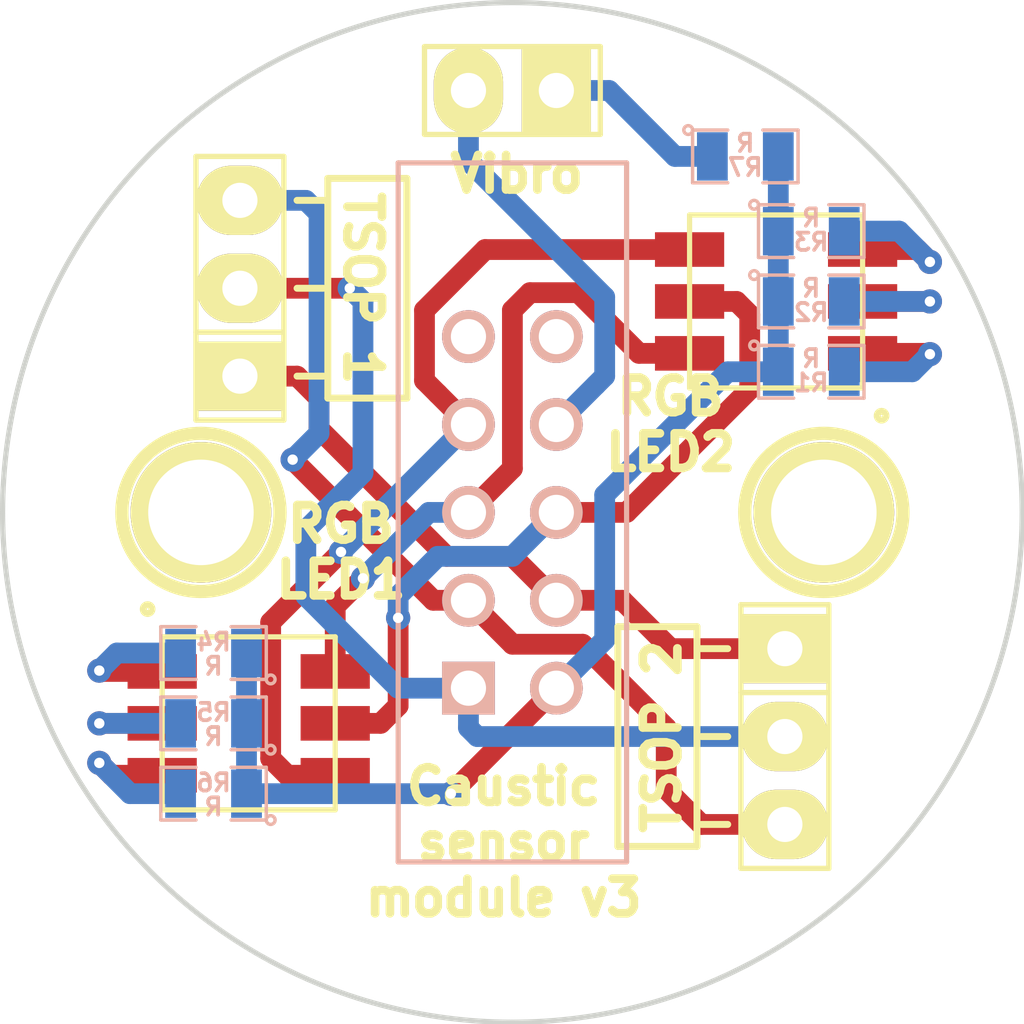
<source format=kicad_pcb>
(kicad_pcb (version 3) (host pcbnew "(2013-may-18)-stable")

  (general
    (links 27)
    (no_connects 0)
    (area 58.852999 40.056999 88.467001 69.671001)
    (thickness 1.6)
    (drawings 23)
    (tracks 115)
    (zones 0)
    (modules 15)
    (nets 16)
  )

  (page A3)
  (layers
    (15 F.Cu signal)
    (0 B.Cu signal)
    (16 B.Adhes user)
    (17 F.Adhes user)
    (18 B.Paste user)
    (19 F.Paste user)
    (20 B.SilkS user)
    (21 F.SilkS user)
    (22 B.Mask user)
    (23 F.Mask user)
    (24 Dwgs.User user)
    (25 Cmts.User user)
    (26 Eco1.User user)
    (27 Eco2.User user)
    (28 Edge.Cuts user)
  )

  (setup
    (last_trace_width 0.6)
    (trace_clearance 0.2)
    (zone_clearance 0.508)
    (zone_45_only no)
    (trace_min 0.254)
    (segment_width 0.2)
    (edge_width 0.15)
    (via_size 0.7)
    (via_drill 0.3)
    (via_min_size 0.7)
    (via_min_drill 0.3)
    (uvia_size 0.508)
    (uvia_drill 0.127)
    (uvias_allowed no)
    (uvia_min_size 0.508)
    (uvia_min_drill 0.127)
    (pcb_text_width 0.3)
    (pcb_text_size 1 1)
    (mod_edge_width 0.15)
    (mod_text_size 1 1)
    (mod_text_width 0.15)
    (pad_size 3.5 2)
    (pad_drill 0)
    (pad_to_mask_clearance 0)
    (aux_axis_origin 0 0)
    (visible_elements FFFFFFBF)
    (pcbplotparams
      (layerselection 284196865)
      (usegerberextensions true)
      (excludeedgelayer true)
      (linewidth 0.150000)
      (plotframeref false)
      (viasonmask false)
      (mode 1)
      (useauxorigin false)
      (hpglpennumber 1)
      (hpglpenspeed 20)
      (hpglpendiameter 15)
      (hpglpenoverlay 2)
      (psnegative false)
      (psa4output false)
      (plotreference true)
      (plotvalue true)
      (plotothertext true)
      (plotinvisibletext false)
      (padsonsilk false)
      (subtractmaskfromsilk false)
      (outputformat 1)
      (mirror false)
      (drillshape 0)
      (scaleselection 1)
      (outputdirectory plots/))
  )

  (net 0 "")
  (net 1 +3.3V)
  (net 2 +BATT)
  (net 3 GND)
  (net 4 N-0000012)
  (net 5 N-0000013)
  (net 6 N-0000014)
  (net 7 N-0000015)
  (net 8 N-0000016)
  (net 9 N-0000017)
  (net 10 N-000003)
  (net 11 N-000004)
  (net 12 N-000005)
  (net 13 N-000006)
  (net 14 N-000007)
  (net 15 N-000008)

  (net_class Default "This is the default net class."
    (clearance 0.2)
    (trace_width 0.6)
    (via_dia 0.7)
    (via_drill 0.3)
    (uvia_dia 0.508)
    (uvia_drill 0.127)
    (add_net "")
    (add_net +3.3V)
    (add_net +BATT)
    (add_net GND)
    (add_net N-0000012)
    (add_net N-0000013)
    (add_net N-0000014)
    (add_net N-0000015)
    (add_net N-0000016)
    (add_net N-0000017)
    (add_net N-000003)
    (add_net N-000004)
    (add_net N-000005)
    (add_net N-000006)
    (add_net N-000007)
    (add_net N-000008)
  )

  (module SM0805 (layer B.Cu) (tedit 5091495C) (tstamp 5710C739)
    (at 82.296 50.8)
    (path /5517BEDF)
    (attr smd)
    (fp_text reference R1 (at 0 0.3175) (layer B.SilkS)
      (effects (font (size 0.50038 0.50038) (thickness 0.10922)) (justify mirror))
    )
    (fp_text value R (at 0 -0.381) (layer B.SilkS)
      (effects (font (size 0.50038 0.50038) (thickness 0.10922)) (justify mirror))
    )
    (fp_circle (center -1.651 -0.762) (end -1.651 -0.635) (layer B.SilkS) (width 0.09906))
    (fp_line (start -0.508 -0.762) (end -1.524 -0.762) (layer B.SilkS) (width 0.09906))
    (fp_line (start -1.524 -0.762) (end -1.524 0.762) (layer B.SilkS) (width 0.09906))
    (fp_line (start -1.524 0.762) (end -0.508 0.762) (layer B.SilkS) (width 0.09906))
    (fp_line (start 0.508 0.762) (end 1.524 0.762) (layer B.SilkS) (width 0.09906))
    (fp_line (start 1.524 0.762) (end 1.524 -0.762) (layer B.SilkS) (width 0.09906))
    (fp_line (start 1.524 -0.762) (end 0.508 -0.762) (layer B.SilkS) (width 0.09906))
    (pad 1 smd rect (at -0.9525 0) (size 0.889 1.397)
      (layers B.Cu B.Paste B.Mask)
      (net 2 +BATT)
    )
    (pad 2 smd rect (at 0.9525 0) (size 0.889 1.397)
      (layers B.Cu B.Paste B.Mask)
      (net 7 N-0000015)
    )
    (model smd/chip_cms.wrl
      (at (xyz 0 0 0))
      (scale (xyz 0.1 0.1 0.1))
      (rotate (xyz 0 0 0))
    )
  )

  (module SM0805 (layer B.Cu) (tedit 5091495C) (tstamp 5710C747)
    (at 82.296 48.768)
    (path /5517BF25)
    (attr smd)
    (fp_text reference R2 (at 0 0.3175) (layer B.SilkS)
      (effects (font (size 0.50038 0.50038) (thickness 0.10922)) (justify mirror))
    )
    (fp_text value R (at 0 -0.381) (layer B.SilkS)
      (effects (font (size 0.50038 0.50038) (thickness 0.10922)) (justify mirror))
    )
    (fp_circle (center -1.651 -0.762) (end -1.651 -0.635) (layer B.SilkS) (width 0.09906))
    (fp_line (start -0.508 -0.762) (end -1.524 -0.762) (layer B.SilkS) (width 0.09906))
    (fp_line (start -1.524 -0.762) (end -1.524 0.762) (layer B.SilkS) (width 0.09906))
    (fp_line (start -1.524 0.762) (end -0.508 0.762) (layer B.SilkS) (width 0.09906))
    (fp_line (start 0.508 0.762) (end 1.524 0.762) (layer B.SilkS) (width 0.09906))
    (fp_line (start 1.524 0.762) (end 1.524 -0.762) (layer B.SilkS) (width 0.09906))
    (fp_line (start 1.524 -0.762) (end 0.508 -0.762) (layer B.SilkS) (width 0.09906))
    (pad 1 smd rect (at -0.9525 0) (size 0.889 1.397)
      (layers B.Cu B.Paste B.Mask)
      (net 2 +BATT)
    )
    (pad 2 smd rect (at 0.9525 0) (size 0.889 1.397)
      (layers B.Cu B.Paste B.Mask)
      (net 9 N-0000017)
    )
    (model smd/chip_cms.wrl
      (at (xyz 0 0 0))
      (scale (xyz 0.1 0.1 0.1))
      (rotate (xyz 0 0 0))
    )
  )

  (module SM0805 (layer B.Cu) (tedit 5091495C) (tstamp 5710C755)
    (at 82.296 46.736)
    (path /5517BF34)
    (attr smd)
    (fp_text reference R3 (at 0 0.3175) (layer B.SilkS)
      (effects (font (size 0.50038 0.50038) (thickness 0.10922)) (justify mirror))
    )
    (fp_text value R (at 0 -0.381) (layer B.SilkS)
      (effects (font (size 0.50038 0.50038) (thickness 0.10922)) (justify mirror))
    )
    (fp_circle (center -1.651 -0.762) (end -1.651 -0.635) (layer B.SilkS) (width 0.09906))
    (fp_line (start -0.508 -0.762) (end -1.524 -0.762) (layer B.SilkS) (width 0.09906))
    (fp_line (start -1.524 -0.762) (end -1.524 0.762) (layer B.SilkS) (width 0.09906))
    (fp_line (start -1.524 0.762) (end -0.508 0.762) (layer B.SilkS) (width 0.09906))
    (fp_line (start 0.508 0.762) (end 1.524 0.762) (layer B.SilkS) (width 0.09906))
    (fp_line (start 1.524 0.762) (end 1.524 -0.762) (layer B.SilkS) (width 0.09906))
    (fp_line (start 1.524 -0.762) (end 0.508 -0.762) (layer B.SilkS) (width 0.09906))
    (pad 1 smd rect (at -0.9525 0) (size 0.889 1.397)
      (layers B.Cu B.Paste B.Mask)
      (net 2 +BATT)
    )
    (pad 2 smd rect (at 0.9525 0) (size 0.889 1.397)
      (layers B.Cu B.Paste B.Mask)
      (net 8 N-0000016)
    )
    (model smd/chip_cms.wrl
      (at (xyz 0 0 0))
      (scale (xyz 0.1 0.1 0.1))
      (rotate (xyz 0 0 0))
    )
  )

  (module SM0805 (layer B.Cu) (tedit 5091495C) (tstamp 5710C72B)
    (at 65.024 58.928 180)
    (path /5517C073)
    (attr smd)
    (fp_text reference R4 (at 0 0.3175 180) (layer B.SilkS)
      (effects (font (size 0.50038 0.50038) (thickness 0.10922)) (justify mirror))
    )
    (fp_text value R (at 0 -0.381 180) (layer B.SilkS)
      (effects (font (size 0.50038 0.50038) (thickness 0.10922)) (justify mirror))
    )
    (fp_circle (center -1.651 -0.762) (end -1.651 -0.635) (layer B.SilkS) (width 0.09906))
    (fp_line (start -0.508 -0.762) (end -1.524 -0.762) (layer B.SilkS) (width 0.09906))
    (fp_line (start -1.524 -0.762) (end -1.524 0.762) (layer B.SilkS) (width 0.09906))
    (fp_line (start -1.524 0.762) (end -0.508 0.762) (layer B.SilkS) (width 0.09906))
    (fp_line (start 0.508 0.762) (end 1.524 0.762) (layer B.SilkS) (width 0.09906))
    (fp_line (start 1.524 0.762) (end 1.524 -0.762) (layer B.SilkS) (width 0.09906))
    (fp_line (start 1.524 -0.762) (end 0.508 -0.762) (layer B.SilkS) (width 0.09906))
    (pad 1 smd rect (at -0.9525 0 180) (size 0.889 1.397)
      (layers B.Cu B.Paste B.Mask)
      (net 2 +BATT)
    )
    (pad 2 smd rect (at 0.9525 0 180) (size 0.889 1.397)
      (layers B.Cu B.Paste B.Mask)
      (net 13 N-000006)
    )
    (model smd/chip_cms.wrl
      (at (xyz 0 0 0))
      (scale (xyz 0.1 0.1 0.1))
      (rotate (xyz 0 0 0))
    )
  )

  (module SM0805 (layer B.Cu) (tedit 5091495C) (tstamp 5710C71D)
    (at 65.024 60.96 180)
    (path /5517C079)
    (attr smd)
    (fp_text reference R5 (at 0 0.3175 180) (layer B.SilkS)
      (effects (font (size 0.50038 0.50038) (thickness 0.10922)) (justify mirror))
    )
    (fp_text value R (at 0 -0.381 180) (layer B.SilkS)
      (effects (font (size 0.50038 0.50038) (thickness 0.10922)) (justify mirror))
    )
    (fp_circle (center -1.651 -0.762) (end -1.651 -0.635) (layer B.SilkS) (width 0.09906))
    (fp_line (start -0.508 -0.762) (end -1.524 -0.762) (layer B.SilkS) (width 0.09906))
    (fp_line (start -1.524 -0.762) (end -1.524 0.762) (layer B.SilkS) (width 0.09906))
    (fp_line (start -1.524 0.762) (end -0.508 0.762) (layer B.SilkS) (width 0.09906))
    (fp_line (start 0.508 0.762) (end 1.524 0.762) (layer B.SilkS) (width 0.09906))
    (fp_line (start 1.524 0.762) (end 1.524 -0.762) (layer B.SilkS) (width 0.09906))
    (fp_line (start 1.524 -0.762) (end 0.508 -0.762) (layer B.SilkS) (width 0.09906))
    (pad 1 smd rect (at -0.9525 0 180) (size 0.889 1.397)
      (layers B.Cu B.Paste B.Mask)
      (net 2 +BATT)
    )
    (pad 2 smd rect (at 0.9525 0 180) (size 0.889 1.397)
      (layers B.Cu B.Paste B.Mask)
      (net 12 N-000005)
    )
    (model smd/chip_cms.wrl
      (at (xyz 0 0 0))
      (scale (xyz 0.1 0.1 0.1))
      (rotate (xyz 0 0 0))
    )
  )

  (module SM0805 (layer B.Cu) (tedit 5091495C) (tstamp 5710A67A)
    (at 65.024 62.992 180)
    (path /5517C07F)
    (attr smd)
    (fp_text reference R6 (at 0 0.3175 180) (layer B.SilkS)
      (effects (font (size 0.50038 0.50038) (thickness 0.10922)) (justify mirror))
    )
    (fp_text value R (at 0 -0.381 180) (layer B.SilkS)
      (effects (font (size 0.50038 0.50038) (thickness 0.10922)) (justify mirror))
    )
    (fp_circle (center -1.651 -0.762) (end -1.651 -0.635) (layer B.SilkS) (width 0.09906))
    (fp_line (start -0.508 -0.762) (end -1.524 -0.762) (layer B.SilkS) (width 0.09906))
    (fp_line (start -1.524 -0.762) (end -1.524 0.762) (layer B.SilkS) (width 0.09906))
    (fp_line (start -1.524 0.762) (end -0.508 0.762) (layer B.SilkS) (width 0.09906))
    (fp_line (start 0.508 0.762) (end 1.524 0.762) (layer B.SilkS) (width 0.09906))
    (fp_line (start 1.524 0.762) (end 1.524 -0.762) (layer B.SilkS) (width 0.09906))
    (fp_line (start 1.524 -0.762) (end 0.508 -0.762) (layer B.SilkS) (width 0.09906))
    (pad 1 smd rect (at -0.9525 0 180) (size 0.889 1.397)
      (layers B.Cu B.Paste B.Mask)
      (net 2 +BATT)
    )
    (pad 2 smd rect (at 0.9525 0 180) (size 0.889 1.397)
      (layers B.Cu B.Paste B.Mask)
      (net 11 N-000004)
    )
    (model smd/chip_cms.wrl
      (at (xyz 0 0 0))
      (scale (xyz 0.1 0.1 0.1))
      (rotate (xyz 0 0 0))
    )
  )

  (module SM0805 (layer B.Cu) (tedit 5091495C) (tstamp 5710C763)
    (at 80.391 44.577)
    (path /564E44D3)
    (attr smd)
    (fp_text reference R7 (at 0 0.3175) (layer B.SilkS)
      (effects (font (size 0.50038 0.50038) (thickness 0.10922)) (justify mirror))
    )
    (fp_text value R (at 0 -0.381) (layer B.SilkS)
      (effects (font (size 0.50038 0.50038) (thickness 0.10922)) (justify mirror))
    )
    (fp_circle (center -1.651 -0.762) (end -1.651 -0.635) (layer B.SilkS) (width 0.09906))
    (fp_line (start -0.508 -0.762) (end -1.524 -0.762) (layer B.SilkS) (width 0.09906))
    (fp_line (start -1.524 -0.762) (end -1.524 0.762) (layer B.SilkS) (width 0.09906))
    (fp_line (start -1.524 0.762) (end -0.508 0.762) (layer B.SilkS) (width 0.09906))
    (fp_line (start 0.508 0.762) (end 1.524 0.762) (layer B.SilkS) (width 0.09906))
    (fp_line (start 1.524 0.762) (end 1.524 -0.762) (layer B.SilkS) (width 0.09906))
    (fp_line (start 1.524 -0.762) (end 0.508 -0.762) (layer B.SilkS) (width 0.09906))
    (pad 1 smd rect (at -0.9525 0) (size 0.889 1.397)
      (layers B.Cu B.Paste B.Mask)
      (net 15 N-000008)
    )
    (pad 2 smd rect (at 0.9525 0) (size 0.889 1.397)
      (layers B.Cu B.Paste B.Mask)
      (net 2 +BATT)
    )
    (model smd/chip_cms.wrl
      (at (xyz 0 0 0))
      (scale (xyz 0.1 0.1 0.1))
      (rotate (xyz 0 0 0))
    )
  )

  (module RGB-led (layer F.Cu) (tedit 5710AE72) (tstamp 5710A695)
    (at 81.28 48.768 180)
    (path /5517BED0)
    (fp_text reference U1 (at 0 -3.5 180) (layer F.SilkS) hide
      (effects (font (size 1 1) (thickness 0.15)))
    )
    (fp_text value RGB-LED (at 0 4 180) (layer F.SilkS) hide
      (effects (font (size 1 1) (thickness 0.15)))
    )
    (fp_line (start 2.5 -2.5) (end -2.5 -2.5) (layer F.SilkS) (width 0.15))
    (fp_line (start -2.5 -2.5) (end -2.5 2.5) (layer F.SilkS) (width 0.15))
    (fp_line (start -2.5 2.5) (end 2.5 2.5) (layer F.SilkS) (width 0.15))
    (fp_line (start 2.5 2.5) (end 2.5 -2.5) (layer F.SilkS) (width 0.15))
    (pad 1 smd rect (at 2.5 1.5 180) (size 2 1)
      (layers F.Cu F.Paste F.Mask)
      (net 6 N-0000014)
    )
    (pad 2 smd rect (at 2.5 0 180) (size 2 1)
      (layers F.Cu F.Paste F.Mask)
      (net 5 N-0000013)
    )
    (pad 3 smd rect (at 2.5 -1.5 180) (size 2 1)
      (layers F.Cu F.Paste F.Mask)
      (net 4 N-0000012)
    )
    (pad 4 smd rect (at -2.5 -1.5 180) (size 2 1)
      (layers F.Cu F.Paste F.Mask)
      (net 7 N-0000015)
    )
    (pad 5 smd rect (at -2.5 0 180) (size 2 1)
      (layers F.Cu F.Paste F.Mask)
      (net 9 N-0000017)
    )
    (pad 6 smd rect (at -2.5 1.5 180) (size 2 1)
      (layers F.Cu F.Paste F.Mask)
      (net 8 N-0000016)
    )
  )

  (module RGB-led (layer F.Cu) (tedit 5710AE6E) (tstamp 5710A6A3)
    (at 66.04 60.96)
    (path /5517C06D)
    (fp_text reference U2 (at 0 -3.5) (layer F.SilkS) hide
      (effects (font (size 1 1) (thickness 0.15)))
    )
    (fp_text value RGB-LED (at 0 4) (layer F.SilkS) hide
      (effects (font (size 1 1) (thickness 0.15)))
    )
    (fp_line (start 2.5 -2.5) (end -2.5 -2.5) (layer F.SilkS) (width 0.15))
    (fp_line (start -2.5 -2.5) (end -2.5 2.5) (layer F.SilkS) (width 0.15))
    (fp_line (start -2.5 2.5) (end 2.5 2.5) (layer F.SilkS) (width 0.15))
    (fp_line (start 2.5 2.5) (end 2.5 -2.5) (layer F.SilkS) (width 0.15))
    (pad 1 smd rect (at 2.5 1.5) (size 2 1)
      (layers F.Cu F.Paste F.Mask)
      (net 6 N-0000014)
    )
    (pad 2 smd rect (at 2.5 0) (size 2 1)
      (layers F.Cu F.Paste F.Mask)
      (net 5 N-0000013)
    )
    (pad 3 smd rect (at 2.5 -1.5) (size 2 1)
      (layers F.Cu F.Paste F.Mask)
      (net 4 N-0000012)
    )
    (pad 4 smd rect (at -2.5 -1.5) (size 2 1)
      (layers F.Cu F.Paste F.Mask)
      (net 13 N-000006)
    )
    (pad 5 smd rect (at -2.5 0) (size 2 1)
      (layers F.Cu F.Paste F.Mask)
      (net 12 N-000005)
    )
    (pad 6 smd rect (at -2.5 1.5) (size 2 1)
      (layers F.Cu F.Paste F.Mask)
      (net 11 N-000004)
    )
  )

  (module PIN_ARRAY_LARGE_PADS_2.54mm_3X1 (layer F.Cu) (tedit 5710AE57) (tstamp 5710A6AF)
    (at 81.534 61.341 270)
    (descr "Connecteur 3 pins")
    (tags "CONN DEV")
    (path /55171C6A)
    (fp_text reference U3 (at 0.254 -2.159 270) (layer F.SilkS) hide
      (effects (font (size 1.016 1.016) (thickness 0.1524)))
    )
    (fp_text value TSOP4856 (at 0 -2.159 270) (layer F.SilkS) hide
      (effects (font (size 1.016 1.016) (thickness 0.1524)))
    )
    (fp_line (start -3.81 1.27) (end -3.81 -1.27) (layer F.SilkS) (width 0.1524))
    (fp_line (start -3.81 -1.27) (end 3.81 -1.27) (layer F.SilkS) (width 0.1524))
    (fp_line (start 3.81 -1.27) (end 3.81 1.27) (layer F.SilkS) (width 0.1524))
    (fp_line (start 3.81 1.27) (end -3.81 1.27) (layer F.SilkS) (width 0.1524))
    (fp_line (start -1.27 -1.27) (end -1.27 1.27) (layer F.SilkS) (width 0.1524))
    (pad 1 thru_hole rect (at -2.54 0 270) (size 2 2.5) (drill 1.016)
      (layers *.Cu *.Mask F.SilkS)
      (net 10 N-000003)
    )
    (pad 2 thru_hole oval (at 0 0 270) (size 2 2.5) (drill 1.016)
      (layers *.Cu *.Mask F.SilkS)
      (net 3 GND)
    )
    (pad 3 thru_hole oval (at 2.54 0 270) (size 2 2.5) (drill 1.016)
      (layers *.Cu *.Mask F.SilkS)
      (net 1 +3.3V)
    )
  )

  (module PIN_ARRAY_LARGE_PADS_2.54mm_3X1 (layer F.Cu) (tedit 5710AE52) (tstamp 5710A6BB)
    (at 65.786 48.387 90)
    (descr "Connecteur 3 pins")
    (tags "CONN DEV")
    (path /55171C79)
    (fp_text reference U4 (at 0.254 -2.159 90) (layer F.SilkS) hide
      (effects (font (size 1.016 1.016) (thickness 0.1524)))
    )
    (fp_text value TSOP4856 (at 0 -2.159 90) (layer F.SilkS) hide
      (effects (font (size 1.016 1.016) (thickness 0.1524)))
    )
    (fp_line (start -3.81 1.27) (end -3.81 -1.27) (layer F.SilkS) (width 0.1524))
    (fp_line (start -3.81 -1.27) (end 3.81 -1.27) (layer F.SilkS) (width 0.1524))
    (fp_line (start 3.81 -1.27) (end 3.81 1.27) (layer F.SilkS) (width 0.1524))
    (fp_line (start 3.81 1.27) (end -3.81 1.27) (layer F.SilkS) (width 0.1524))
    (fp_line (start -1.27 -1.27) (end -1.27 1.27) (layer F.SilkS) (width 0.1524))
    (pad 1 thru_hole rect (at -2.54 0 90) (size 2 2.5) (drill 1.016)
      (layers *.Cu *.Mask F.SilkS)
      (net 10 N-000003)
    )
    (pad 2 thru_hole oval (at 0 0 90) (size 2 2.5) (drill 1.016)
      (layers *.Cu *.Mask F.SilkS)
      (net 3 GND)
    )
    (pad 3 thru_hole oval (at 2.54 0 90) (size 2 2.5) (drill 1.016)
      (layers *.Cu *.Mask F.SilkS)
      (net 1 +3.3V)
    )
  )

  (module PIN_ARRAY_LARGE_PADS_2.54mm_2X1 (layer F.Cu) (tedit 5710AE66) (tstamp 5710A6C5)
    (at 73.66 42.672 180)
    (descr "Connecteurs 2 pins")
    (tags "CONN DEV")
    (path /5517BA51)
    (fp_text reference P2 (at 0 -1.905 180) (layer F.SilkS) hide
      (effects (font (size 0.762 0.762) (thickness 0.1524)))
    )
    (fp_text value VibroEngine (at 0 -1.905 180) (layer F.SilkS) hide
      (effects (font (size 0.762 0.762) (thickness 0.1524)))
    )
    (fp_line (start -2.54 1.27) (end -2.54 -1.27) (layer F.SilkS) (width 0.1524))
    (fp_line (start -2.54 -1.27) (end 2.54 -1.27) (layer F.SilkS) (width 0.1524))
    (fp_line (start 2.54 -1.27) (end 2.54 1.27) (layer F.SilkS) (width 0.1524))
    (fp_line (start 2.54 1.27) (end -2.54 1.27) (layer F.SilkS) (width 0.1524))
    (pad 1 thru_hole rect (at -1.27 0 180) (size 2 2.5) (drill 1.016)
      (layers *.Cu *.Mask F.SilkS)
      (net 15 N-000008)
    )
    (pad 2 thru_hole oval (at 1.27 0 180) (size 2 2.5) (drill 1.016)
      (layers *.Cu *.Mask F.SilkS)
      (net 14 N-000007)
    )
  )

  (module PIN_ARRAY_5x2_SOCKET (layer B.Cu) (tedit 5710AE4D) (tstamp 5710A6D7)
    (at 73.66 54.864 90)
    (descr "Double rangee de contacts 2 x 5 pins")
    (tags CONN)
    (path /564E410E)
    (fp_text reference P1 (at 0 -4.3 90) (layer B.SilkS) hide
      (effects (font (size 1.016 1.016) (thickness 0.2032)) (justify mirror))
    )
    (fp_text value SENSOR_CONNECTOR (at 0 4.3 90) (layer B.SilkS) hide
      (effects (font (size 1.016 1.016) (thickness 0.2032)) (justify mirror))
    )
    (fp_line (start -10.1 3.3) (end 10.1 3.3) (layer B.SilkS) (width 0.15))
    (fp_line (start 10.1 3.3) (end 10.1 -3.3) (layer B.SilkS) (width 0.15))
    (fp_line (start 10.1 -3.3) (end -10.1 -3.3) (layer B.SilkS) (width 0.15))
    (fp_line (start -10.1 -3.3) (end -10.1 3.3) (layer B.SilkS) (width 0.15))
    (pad 1 thru_hole rect (at -5.08 -1.27 90) (size 1.524 1.524) (drill 1.016)
      (layers *.Cu *.Mask B.SilkS)
      (net 3 GND)
    )
    (pad 2 thru_hole circle (at -5.08 1.27 90) (size 1.524 1.524) (drill 1.016)
      (layers *.Cu *.Mask B.SilkS)
      (net 2 +BATT)
    )
    (pad 3 thru_hole circle (at -2.54 -1.27 90) (size 1.524 1.524) (drill 1.016)
      (layers *.Cu *.Mask B.SilkS)
      (net 1 +3.3V)
    )
    (pad 4 thru_hole circle (at -2.54 1.27 90) (size 1.524 1.524) (drill 1.016)
      (layers *.Cu *.Mask B.SilkS)
      (net 10 N-000003)
    )
    (pad 5 thru_hole circle (at 0 -1.27 90) (size 1.524 1.524) (drill 1.016)
      (layers *.Cu *.Mask B.SilkS)
      (net 4 N-0000012)
    )
    (pad 6 thru_hole circle (at 0 1.27 90) (size 1.524 1.524) (drill 1.016)
      (layers *.Cu *.Mask B.SilkS)
      (net 5 N-0000013)
    )
    (pad 7 thru_hole circle (at 2.54 -1.27 90) (size 1.524 1.524) (drill 1.016)
      (layers *.Cu *.Mask B.SilkS)
      (net 6 N-0000014)
    )
    (pad 8 thru_hole circle (at 2.54 1.27 90) (size 1.524 1.524) (drill 1.016)
      (layers *.Cu *.Mask B.SilkS)
      (net 14 N-000007)
    )
    (pad 9 thru_hole circle (at 5.08 -1.27 90) (size 1.524 1.524) (drill 1.016)
      (layers *.Cu *.Mask B.SilkS)
    )
    (pad 10 thru_hole circle (at 5.08 1.27 90) (size 1.524 1.524) (drill 1.016)
      (layers *.Cu *.Mask B.SilkS)
    )
    (model pin_array/pins_array_5x2.wrl
      (at (xyz 0 0 0))
      (scale (xyz 1 1 1))
      (rotate (xyz 0 0 0))
    )
  )

  (module 1pin (layer F.Cu) (tedit 5710AC30) (tstamp 5710C35F)
    (at 82.66 54.864)
    (descr "module 1 pin (ou trou mecanique de percage)")
    (tags DEV)
    (path 1pin)
    (fp_text reference 1PIN (at 0 -3.048) (layer F.SilkS) hide
      (effects (font (size 1.016 1.016) (thickness 0.254)))
    )
    (fp_text value P*** (at 0 2.794) (layer F.SilkS) hide
      (effects (font (size 1.016 1.016) (thickness 0.254)))
    )
    (fp_circle (center 0 0) (end 0 -2.286) (layer F.SilkS) (width 0.381))
    (pad 1 thru_hole circle (at 0 0) (size 4.064 4.064) (drill 3.048)
      (layers *.Cu *.Mask F.SilkS)
    )
  )

  (module 1pin (layer F.Cu) (tedit 5710AC2A) (tstamp 5710C389)
    (at 64.66 54.864)
    (descr "module 1 pin (ou trou mecanique de percage)")
    (tags DEV)
    (path 1pin)
    (fp_text reference 1PIN (at 0 -3.048) (layer F.SilkS) hide
      (effects (font (size 1.016 1.016) (thickness 0.254)))
    )
    (fp_text value P*** (at 0 2.794) (layer F.SilkS) hide
      (effects (font (size 1.016 1.016) (thickness 0.254)))
    )
    (fp_circle (center 0 0) (end 0 -2.286) (layer F.SilkS) (width 0.381))
    (pad 1 thru_hole circle (at 0 0) (size 4.064 4.064) (drill 3.048)
      (layers *.Cu *.Mask F.SilkS)
    )
  )

  (gr_text "Caustic\nsensor\nmodule v3" (at 73.406 64.389) (layer F.SilkS)
    (effects (font (size 1 1) (thickness 0.25)))
  )
  (gr_text "RGB\nLED2" (at 78.232 52.324) (layer F.SilkS)
    (effects (font (size 1 1) (thickness 0.25)))
  )
  (gr_text "RGB\nLED1" (at 68.707 56.007) (layer F.SilkS)
    (effects (font (size 1 1) (thickness 0.25)))
  )
  (gr_text Vibro (at 73.787 45.085) (layer F.SilkS)
    (effects (font (size 1 1) (thickness 0.25)))
  )
  (gr_line (start 70.612 45.212) (end 68.326 45.212) (angle 90) (layer F.SilkS) (width 0.2))
  (gr_line (start 70.612 51.562) (end 70.612 45.212) (angle 90) (layer F.SilkS) (width 0.2))
  (gr_line (start 68.326 51.562) (end 70.612 51.562) (angle 90) (layer F.SilkS) (width 0.2))
  (gr_line (start 68.326 45.212) (end 68.326 51.562) (angle 90) (layer F.SilkS) (width 0.2))
  (gr_text "TSOP 1" (at 69.342 48.387 270) (layer F.SilkS)
    (effects (font (size 1 1) (thickness 0.25)))
  )
  (gr_line (start 78.994 58.801) (end 79.883 58.801) (angle 90) (layer F.SilkS) (width 0.2))
  (gr_line (start 67.437 50.927) (end 68.199 50.927) (angle 90) (layer F.SilkS) (width 0.2))
  (gr_line (start 67.437 48.387) (end 68.199 48.387) (angle 90) (layer F.SilkS) (width 0.2))
  (gr_line (start 76.708 58.166) (end 78.994 58.166) (angle 90) (layer F.SilkS) (width 0.2))
  (gr_line (start 76.708 64.516) (end 76.708 58.166) (angle 90) (layer F.SilkS) (width 0.2))
  (gr_line (start 78.994 64.516) (end 76.708 64.516) (angle 90) (layer F.SilkS) (width 0.2))
  (gr_line (start 78.994 58.166) (end 78.994 64.516) (angle 90) (layer F.SilkS) (width 0.2))
  (gr_text "TSOP 2" (at 77.978 61.341 90) (layer F.SilkS)
    (effects (font (size 1 1) (thickness 0.25)))
  )
  (gr_line (start 79.121 63.881) (end 79.883 63.881) (angle 90) (layer F.SilkS) (width 0.2))
  (gr_line (start 79.121 61.341) (end 79.883 61.341) (angle 90) (layer F.SilkS) (width 0.2))
  (gr_line (start 67.437 45.847) (end 68.199 45.847) (angle 90) (layer F.SilkS) (width 0.2))
  (gr_circle (center 84.328 52.07) (end 84.455 52.07) (layer F.SilkS) (width 0.2))
  (gr_circle (center 63.119 57.658) (end 63.246 57.658) (layer F.SilkS) (width 0.2))
  (gr_circle (center 73.66 54.864) (end 88.392 54.864) (layer Edge.Cuts) (width 0.15))

  (segment (start 72.39 57.404) (end 71.374 57.404) (width 0.6) (layer F.Cu) (net 1))
  (segment (start 67.691 45.847) (end 65.786 45.847) (width 0.6) (layer B.Cu) (net 1) (tstamp 5710C62F))
  (segment (start 68.072 46.228) (end 67.691 45.847) (width 0.6) (layer B.Cu) (net 1) (tstamp 5710C62E))
  (segment (start 68.072 52.578) (end 68.072 46.228) (width 0.6) (layer B.Cu) (net 1) (tstamp 5710C62D))
  (segment (start 67.31 53.34) (end 68.072 52.578) (width 0.6) (layer B.Cu) (net 1) (tstamp 5710C62C))
  (via (at 67.31 53.34) (size 0.7) (layers F.Cu B.Cu) (net 1))
  (segment (start 71.374 57.404) (end 67.31 53.34) (width 0.6) (layer F.Cu) (net 1) (tstamp 5710C629))
  (segment (start 72.39 57.404) (end 73.66 58.674) (width 0.6) (layer F.Cu) (net 1))
  (segment (start 79.121 63.881) (end 81.534 63.881) (width 0.6) (layer F.Cu) (net 1) (tstamp 5710C612))
  (segment (start 78.105 62.865) (end 79.121 63.881) (width 0.6) (layer F.Cu) (net 1) (tstamp 5710C611))
  (segment (start 78.105 61.087) (end 78.105 62.865) (width 0.6) (layer F.Cu) (net 1) (tstamp 5710C610))
  (segment (start 75.692 58.674) (end 78.105 61.087) (width 0.6) (layer F.Cu) (net 1) (tstamp 5710C60F))
  (segment (start 73.66 58.674) (end 75.692 58.674) (width 0.6) (layer F.Cu) (net 1) (tstamp 5710C60E))
  (segment (start 74.93 59.944) (end 71.882 62.992) (width 0.6) (layer F.Cu) (net 2))
  (segment (start 71.882 62.992) (end 65.9765 62.992) (width 0.6) (layer B.Cu) (net 2) (tstamp 5710C5BD))
  (via (at 71.882 62.992) (size 0.7) (layers F.Cu B.Cu) (net 2))
  (segment (start 74.93 59.944) (end 76.327 58.547) (width 0.6) (layer B.Cu) (net 2))
  (segment (start 79.883 50.8) (end 81.3435 50.8) (width 0.6) (layer B.Cu) (net 2) (tstamp 5710C5AB))
  (segment (start 76.327 54.356) (end 79.883 50.8) (width 0.6) (layer B.Cu) (net 2) (tstamp 5710C5A9))
  (segment (start 76.327 58.547) (end 76.327 54.356) (width 0.6) (layer B.Cu) (net 2) (tstamp 5710C5A8))
  (segment (start 81.3435 46.736) (end 81.3435 44.577) (width 0.6) (layer B.Cu) (net 2))
  (segment (start 81.3435 48.768) (end 81.3435 50.8) (width 0.6) (layer B.Cu) (net 2))
  (segment (start 81.3435 46.736) (end 81.3435 48.768) (width 0.6) (layer B.Cu) (net 2))
  (segment (start 65.9765 60.96) (end 65.9765 58.928) (width 0.6) (layer B.Cu) (net 2))
  (segment (start 65.9765 62.992) (end 65.9765 60.96) (width 0.6) (layer B.Cu) (net 2))
  (segment (start 67.691 55.372) (end 69.342 53.721) (width 0.6) (layer B.Cu) (net 3))
  (segment (start 67.691 55.372) (end 67.691 57.277) (width 0.6) (layer B.Cu) (net 3) (tstamp 5710C5C3))
  (segment (start 67.691 57.277) (end 70.358 59.944) (width 0.6) (layer B.Cu) (net 3) (tstamp 5710C5C4))
  (segment (start 72.39 59.944) (end 70.358 59.944) (width 0.6) (layer B.Cu) (net 3) (tstamp 5710C5C5))
  (segment (start 68.961 48.387) (end 65.786 48.387) (width 0.6) (layer F.Cu) (net 3) (tstamp 5710C636))
  (via (at 68.961 48.387) (size 0.7) (layers F.Cu B.Cu) (net 3))
  (segment (start 69.342 48.768) (end 68.961 48.387) (width 0.6) (layer B.Cu) (net 3) (tstamp 5710C634))
  (segment (start 69.342 53.721) (end 69.342 48.768) (width 0.6) (layer B.Cu) (net 3) (tstamp 5710C633))
  (segment (start 81.534 61.341) (end 72.644 61.341) (width 0.6) (layer B.Cu) (net 3))
  (segment (start 72.39 61.087) (end 72.39 59.944) (width 0.6) (layer B.Cu) (net 3) (tstamp 5710C617))
  (segment (start 72.644 61.341) (end 72.39 61.087) (width 0.6) (layer B.Cu) (net 3) (tstamp 5710C616))
  (segment (start 68.54 59.46) (end 68.54 57.571) (width 0.6) (layer F.Cu) (net 4))
  (segment (start 71.247 54.864) (end 72.39 54.864) (width 0.6) (layer B.Cu) (net 4) (tstamp 5710C566))
  (segment (start 69.342 56.769) (end 71.247 54.864) (width 0.6) (layer B.Cu) (net 4) (tstamp 5710C565))
  (via (at 69.342 56.769) (size 0.7) (layers F.Cu B.Cu) (net 4))
  (segment (start 68.54 57.571) (end 69.342 56.769) (width 0.6) (layer F.Cu) (net 4) (tstamp 5710C563))
  (segment (start 72.39 54.864) (end 73.66 53.594) (width 0.6) (layer F.Cu) (net 4))
  (segment (start 77.319 50.268) (end 78.78 50.268) (width 0.6) (layer F.Cu) (net 4) (tstamp 5710C548))
  (segment (start 75.565 48.514) (end 77.319 50.268) (width 0.6) (layer F.Cu) (net 4) (tstamp 5710C547))
  (segment (start 74.168 48.514) (end 75.565 48.514) (width 0.6) (layer F.Cu) (net 4) (tstamp 5710C546))
  (segment (start 73.66 49.022) (end 74.168 48.514) (width 0.6) (layer F.Cu) (net 4) (tstamp 5710C545))
  (segment (start 73.66 53.594) (end 73.66 49.022) (width 0.6) (layer F.Cu) (net 4) (tstamp 5710C544))
  (segment (start 68.54 60.96) (end 69.85 60.96) (width 0.6) (layer F.Cu) (net 5))
  (segment (start 73.66 56.134) (end 74.93 54.864) (width 0.6) (layer B.Cu) (net 5) (tstamp 5710C56F))
  (segment (start 71.501 56.134) (end 73.66 56.134) (width 0.6) (layer B.Cu) (net 5) (tstamp 5710C56E))
  (segment (start 70.358 57.277) (end 71.501 56.134) (width 0.6) (layer B.Cu) (net 5) (tstamp 5710C56D))
  (segment (start 70.358 57.912) (end 70.358 57.277) (width 0.6) (layer B.Cu) (net 5) (tstamp 5710C56C))
  (via (at 70.358 57.912) (size 0.7) (layers F.Cu B.Cu) (net 5))
  (segment (start 70.358 60.452) (end 70.358 57.912) (width 0.6) (layer F.Cu) (net 5) (tstamp 5710C56A))
  (segment (start 69.85 60.96) (end 70.358 60.452) (width 0.6) (layer F.Cu) (net 5) (tstamp 5710C569))
  (segment (start 78.78 48.768) (end 80.137 48.768) (width 0.6) (layer F.Cu) (net 5))
  (segment (start 76.962 54.864) (end 74.93 54.864) (width 0.6) (layer F.Cu) (net 5) (tstamp 5710C54E))
  (segment (start 80.518 51.308) (end 76.962 54.864) (width 0.6) (layer F.Cu) (net 5) (tstamp 5710C54D))
  (segment (start 80.518 49.149) (end 80.518 51.308) (width 0.6) (layer F.Cu) (net 5) (tstamp 5710C54C))
  (segment (start 80.137 48.768) (end 80.518 49.149) (width 0.6) (layer F.Cu) (net 5) (tstamp 5710C54B))
  (segment (start 72.39 52.324) (end 69.342 55.372) (width 0.6) (layer B.Cu) (net 6))
  (segment (start 67.159 62.46) (end 68.54 62.46) (width 0.6) (layer F.Cu) (net 6) (tstamp 5710C580))
  (segment (start 66.675 61.976) (end 67.159 62.46) (width 0.6) (layer F.Cu) (net 6) (tstamp 5710C57F))
  (segment (start 66.675 58.039) (end 66.675 61.976) (width 0.6) (layer F.Cu) (net 6) (tstamp 5710C57E))
  (segment (start 68.707 56.007) (end 66.675 58.039) (width 0.6) (layer F.Cu) (net 6) (tstamp 5710C57D))
  (via (at 68.707 56.007) (size 0.7) (layers F.Cu B.Cu) (net 6))
  (segment (start 69.342 55.372) (end 68.707 56.007) (width 0.6) (layer B.Cu) (net 6) (tstamp 5710C57A))
  (segment (start 72.39 52.324) (end 71.501 51.435) (width 0.6) (layer F.Cu) (net 6))
  (segment (start 72.874 47.268) (end 78.78 47.268) (width 0.6) (layer F.Cu) (net 6) (tstamp 5710C541))
  (segment (start 71.12 49.022) (end 72.874 47.268) (width 0.6) (layer F.Cu) (net 6) (tstamp 5710C540))
  (segment (start 71.12 51.054) (end 71.12 49.022) (width 0.6) (layer F.Cu) (net 6) (tstamp 5710C53F))
  (segment (start 71.501 51.435) (end 71.12 51.054) (width 0.6) (layer F.Cu) (net 6) (tstamp 5710C53E))
  (segment (start 83.78 50.268) (end 85.701 50.268) (width 0.6) (layer F.Cu) (net 7))
  (segment (start 85.217 50.8) (end 83.2485 50.8) (width 0.6) (layer B.Cu) (net 7) (tstamp 5710C4FC))
  (segment (start 85.725 50.292) (end 85.217 50.8) (width 0.6) (layer B.Cu) (net 7) (tstamp 5710C4FB))
  (via (at 85.725 50.292) (size 0.7) (layers F.Cu B.Cu) (net 7))
  (segment (start 85.701 50.268) (end 85.725 50.292) (width 0.6) (layer F.Cu) (net 7) (tstamp 5710C4F9))
  (segment (start 83.78 47.268) (end 85.368 47.268) (width 0.6) (layer F.Cu) (net 8))
  (segment (start 84.836 46.736) (end 83.2485 46.736) (width 0.6) (layer B.Cu) (net 8) (tstamp 5710C507))
  (segment (start 85.725 47.625) (end 84.836 46.736) (width 0.6) (layer B.Cu) (net 8) (tstamp 5710C506))
  (via (at 85.725 47.625) (size 0.7) (layers F.Cu B.Cu) (net 8))
  (segment (start 85.368 47.268) (end 85.725 47.625) (width 0.6) (layer F.Cu) (net 8) (tstamp 5710C504))
  (segment (start 83.78 48.768) (end 85.725 48.768) (width 0.6) (layer F.Cu) (net 9))
  (segment (start 85.725 48.768) (end 83.2485 48.768) (width 0.6) (layer B.Cu) (net 9) (tstamp 5710C501))
  (via (at 85.725 48.768) (size 0.7) (layers F.Cu B.Cu) (net 9))
  (segment (start 74.93 57.404) (end 73.66 56.134) (width 0.6) (layer F.Cu) (net 10))
  (segment (start 67.437 50.927) (end 65.786 50.927) (width 0.6) (layer F.Cu) (net 10) (tstamp 5710C626))
  (segment (start 68.072 51.562) (end 67.437 50.927) (width 0.6) (layer F.Cu) (net 10) (tstamp 5710C625))
  (segment (start 68.072 52.451) (end 68.072 51.562) (width 0.6) (layer F.Cu) (net 10) (tstamp 5710C624))
  (segment (start 71.755 56.134) (end 68.072 52.451) (width 0.6) (layer F.Cu) (net 10) (tstamp 5710C623))
  (segment (start 73.66 56.134) (end 71.755 56.134) (width 0.6) (layer F.Cu) (net 10) (tstamp 5710C622))
  (segment (start 74.93 57.404) (end 76.835 57.404) (width 0.6) (layer F.Cu) (net 10))
  (segment (start 78.232 58.801) (end 81.534 58.801) (width 0.6) (layer F.Cu) (net 10) (tstamp 5710C608))
  (segment (start 76.835 57.404) (end 78.232 58.801) (width 0.6) (layer F.Cu) (net 10) (tstamp 5710C607))
  (segment (start 63.54 62.46) (end 62.079 62.46) (width 0.6) (layer F.Cu) (net 11))
  (segment (start 62.611 62.992) (end 64.0715 62.992) (width 0.6) (layer B.Cu) (net 11) (tstamp 5710C4F2))
  (segment (start 61.722 62.103) (end 62.611 62.992) (width 0.6) (layer B.Cu) (net 11) (tstamp 5710C4F1))
  (via (at 61.722 62.103) (size 0.7) (layers F.Cu B.Cu) (net 11))
  (segment (start 62.079 62.46) (end 61.722 62.103) (width 0.6) (layer F.Cu) (net 11) (tstamp 5710C4EF))
  (segment (start 63.54 60.96) (end 61.722 60.96) (width 0.6) (layer F.Cu) (net 12))
  (segment (start 61.722 60.96) (end 64.0715 60.96) (width 0.6) (layer B.Cu) (net 12) (tstamp 5710C4E3))
  (via (at 61.722 60.96) (size 0.7) (layers F.Cu B.Cu) (net 12))
  (segment (start 63.54 59.46) (end 61.746 59.46) (width 0.6) (layer F.Cu) (net 13))
  (segment (start 62.23 58.928) (end 64.0715 58.928) (width 0.6) (layer B.Cu) (net 13) (tstamp 5710C4DE))
  (segment (start 61.722 59.436) (end 62.23 58.928) (width 0.6) (layer B.Cu) (net 13) (tstamp 5710C4DD))
  (via (at 61.722 59.436) (size 0.7) (layers F.Cu B.Cu) (net 13))
  (segment (start 61.746 59.46) (end 61.722 59.436) (width 0.6) (layer F.Cu) (net 13) (tstamp 5710C4DB))
  (segment (start 74.93 52.324) (end 76.073 51.181) (width 0.6) (layer B.Cu) (net 14))
  (segment (start 72.39 44.704) (end 72.39 42.672) (width 0.6) (layer B.Cu) (net 14) (tstamp 5710C5A1))
  (segment (start 76.327 48.641) (end 72.39 44.704) (width 0.6) (layer B.Cu) (net 14) (tstamp 5710C5A0))
  (segment (start 76.327 50.927) (end 76.327 48.641) (width 0.6) (layer B.Cu) (net 14) (tstamp 5710C59F))
  (segment (start 76.073 51.181) (end 76.327 50.927) (width 0.6) (layer B.Cu) (net 14) (tstamp 5710C59E))
  (segment (start 74.93 42.672) (end 76.454 42.672) (width 0.6) (layer B.Cu) (net 15))
  (segment (start 78.359 44.577) (end 79.4385 44.577) (width 0.6) (layer B.Cu) (net 15) (tstamp 5710C598))
  (segment (start 76.454 42.672) (end 78.359 44.577) (width 0.6) (layer B.Cu) (net 15) (tstamp 5710C597))

)

</source>
